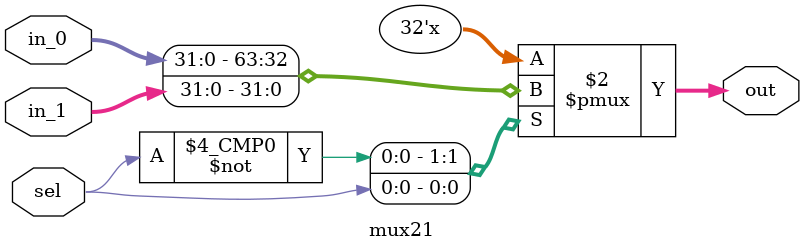
<source format=sv>


module mux21(
				input [31:0] in_0,
				input [31:0] in_1,
				input 		 sel,
				output reg [31:0] out);

		always @(*) begin
			case (sel) 
					1'b0: out = in_0;
					1'b1: out = in_1;
				endcase // sel
        end 
endmodule // mux21
</source>
